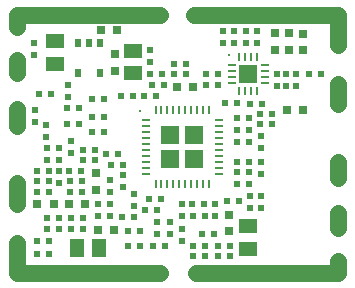
<source format=gtp>
%FSLAX25Y25*%
%MOIN*%
G70*
G01*
G75*
%ADD10C,0.01000*%
%ADD11C,0.02000*%
%ADD12C,0.00800*%
%ADD13R,0.01969X0.02000*%
%ADD14R,0.03000X0.03000*%
%ADD15R,0.02000X0.01969*%
%ADD16R,0.03150X0.00984*%
%ADD17R,0.00984X0.03150*%
%ADD18R,0.00984X0.03150*%
%ADD19R,0.05906X0.05906*%
%ADD20O,0.03150X0.00984*%
%ADD21C,0.00800*%
%ADD22R,0.05906X0.05118*%
%ADD23R,0.02000X0.03150*%
%ADD24R,0.05118X0.05906*%
%ADD25R,0.02756X0.00984*%
%ADD26R,0.00984X0.02756*%
%ADD27R,0.06299X0.06299*%
%ADD28C,0.00700*%
%ADD29C,0.01500*%
%ADD30C,0.02900*%
%ADD31C,0.00600*%
%ADD32C,0.03000*%
%ADD33R,0.00900X0.00700*%
%ADD34R,0.03000X0.02247*%
%ADD35R,0.01600X0.02900*%
%ADD36R,0.07500X0.07700*%
%ADD37R,0.04500X0.03500*%
%ADD38R,0.03900X0.03000*%
%ADD39R,0.07700X0.04600*%
%ADD40R,0.02078X0.02277*%
%ADD41R,0.04100X0.02700*%
%ADD42R,0.04000X0.03000*%
%ADD43R,0.02300X0.04800*%
%ADD44C,0.04724*%
%ADD45C,0.06000*%
%ADD46O,0.09000X0.04500*%
%ADD47C,0.04331*%
%ADD48C,0.01500*%
%ADD49C,0.06200*%
%ADD50R,0.06200X0.06200*%
%ADD51R,0.06000X0.06000*%
%ADD52C,0.02200*%
%ADD53C,0.02400*%
%ADD54C,0.02000*%
%ADD55R,0.08026X0.06000*%
%ADD56R,0.08126X0.05900*%
%ADD57R,0.07700X0.06100*%
%ADD58R,0.05600X0.04400*%
%ADD59R,0.06200X0.05400*%
%ADD60C,0.01200*%
%ADD61R,0.08100X0.04600*%
%ADD62C,0.08661*%
%ADD63C,0.00394*%
%ADD64C,0.00500*%
%ADD65C,0.00787*%
%ADD66C,0.00300*%
%ADD67R,0.03000X0.05500*%
%ADD68R,0.03000X0.05000*%
%ADD69R,0.03000X0.06000*%
%ADD70R,0.03000X0.07000*%
%ADD71R,0.01800X0.07000*%
%ADD72R,0.01800X0.19500*%
%ADD73R,0.19500X0.01800*%
%ADD74R,0.01800X0.19500*%
%ADD75R,0.19500X0.01800*%
%ADD76R,0.07654X0.02619*%
%ADD77R,0.14800X0.14700*%
%ADD78C,0.05500*%
D13*
X1025847Y867812D02*
D03*
X1021847D02*
D03*
X988347Y864812D02*
D03*
X984347D02*
D03*
X1050247Y856712D02*
D03*
X1054247D02*
D03*
X1054347Y842212D02*
D03*
X1050347D02*
D03*
X1011753Y864204D02*
D03*
X1015753D02*
D03*
X1035547Y824212D02*
D03*
X1039547D02*
D03*
X1023653Y826288D02*
D03*
X1019653D02*
D03*
X1012453Y841188D02*
D03*
X1008453D02*
D03*
X995047Y819712D02*
D03*
X999047D02*
D03*
X1015947Y823812D02*
D03*
X1011947D02*
D03*
X991047Y842712D02*
D03*
X987047D02*
D03*
X1014047Y814212D02*
D03*
X1018047D02*
D03*
X1008053Y824288D02*
D03*
X1004053D02*
D03*
X1054253Y852788D02*
D03*
X1050253D02*
D03*
X1054247Y848812D02*
D03*
X1050247D02*
D03*
X1062047Y858212D02*
D03*
X1058047D02*
D03*
X1010547Y844712D02*
D03*
X1006547D02*
D03*
X1004047Y828212D02*
D03*
X1008047D02*
D03*
X999047Y842712D02*
D03*
X1003047D02*
D03*
X994453Y839188D02*
D03*
X998453D02*
D03*
X1048047Y814212D02*
D03*
X1044047D02*
D03*
X1014047Y819212D02*
D03*
X1018047D02*
D03*
X1047953Y810688D02*
D03*
X1043953D02*
D03*
X995047Y823612D02*
D03*
X999047D02*
D03*
X1050347Y838712D02*
D03*
X1054347D02*
D03*
X1062047Y854912D02*
D03*
X1058047D02*
D03*
X999047Y846212D02*
D03*
X1003047D02*
D03*
X994547Y835712D02*
D03*
X998547D02*
D03*
X994547Y832212D02*
D03*
X998547D02*
D03*
X986947Y819912D02*
D03*
X990947D02*
D03*
X983547Y839212D02*
D03*
X987547D02*
D03*
X987547Y832212D02*
D03*
X983547D02*
D03*
X987047Y846812D02*
D03*
X991047D02*
D03*
X1050953Y829188D02*
D03*
X1046953D02*
D03*
X1005953Y852188D02*
D03*
X1001953D02*
D03*
X993653Y854688D02*
D03*
X997653D02*
D03*
X1005953Y857188D02*
D03*
X1001953D02*
D03*
X987547Y835712D02*
D03*
X983547D02*
D03*
X1054347Y834912D02*
D03*
X1050347D02*
D03*
X1023447Y864212D02*
D03*
X1019447D02*
D03*
X1038647Y818312D02*
D03*
X1042647D02*
D03*
X990947Y823612D02*
D03*
X986947D02*
D03*
X987547Y811612D02*
D03*
X983547D02*
D03*
X1035547Y810712D02*
D03*
X1039547D02*
D03*
X1033453Y874988D02*
D03*
X1029453D02*
D03*
X1025447Y871612D02*
D03*
X1021447D02*
D03*
X1006153Y863188D02*
D03*
X1002153D02*
D03*
X997653Y860188D02*
D03*
X993653D02*
D03*
X1024947Y829912D02*
D03*
X1020947D02*
D03*
X1035453Y828188D02*
D03*
X1039453D02*
D03*
X983547Y815712D02*
D03*
X987547D02*
D03*
X1035547Y814212D02*
D03*
X1039547D02*
D03*
X1022447D02*
D03*
X1026447D02*
D03*
X1033453Y871388D02*
D03*
X1029453D02*
D03*
X1039853Y867988D02*
D03*
X1043853D02*
D03*
X1074447Y871512D02*
D03*
X1078447D02*
D03*
X1043847D02*
D03*
X1039847D02*
D03*
X1058827Y861588D02*
D03*
X1054827D02*
D03*
X1046274Y861716D02*
D03*
X1050274Y861716D02*
D03*
D14*
X1067633Y879577D02*
D03*
Y885077D02*
D03*
X1047716Y824576D02*
D03*
Y819076D02*
D03*
X1066976Y859584D02*
D03*
X1072476D02*
D03*
X1009376Y819584D02*
D03*
X1003876D02*
D03*
X999776Y828184D02*
D03*
X994276D02*
D03*
X983776D02*
D03*
X989276D02*
D03*
X1035760Y867016D02*
D03*
X1030260D02*
D03*
X1003484Y838424D02*
D03*
Y832924D02*
D03*
X1062933Y879577D02*
D03*
Y885077D02*
D03*
X1072267Y879423D02*
D03*
Y884923D02*
D03*
X1004903Y886051D02*
D03*
X1010403D02*
D03*
X1009749Y878003D02*
D03*
Y872503D02*
D03*
D15*
X1063500Y871500D02*
D03*
X1063500Y867500D02*
D03*
X1066800Y871500D02*
D03*
X1066800Y867500D02*
D03*
X1058312Y838153D02*
D03*
Y842153D02*
D03*
X1042988Y824247D02*
D03*
Y828247D02*
D03*
X1021388Y879347D02*
D03*
Y875347D02*
D03*
X995112Y849253D02*
D03*
Y845253D02*
D03*
X982912Y859553D02*
D03*
Y855553D02*
D03*
X1023512Y818153D02*
D03*
Y822153D02*
D03*
X1058288Y850847D02*
D03*
Y846847D02*
D03*
X1058312Y830953D02*
D03*
Y826953D02*
D03*
X990988Y839247D02*
D03*
Y835247D02*
D03*
X1027988Y818247D02*
D03*
Y822247D02*
D03*
X994012Y867953D02*
D03*
Y863953D02*
D03*
X986812Y850553D02*
D03*
Y854553D02*
D03*
X1031988Y828247D02*
D03*
Y824247D02*
D03*
Y815947D02*
D03*
Y819947D02*
D03*
X1016112Y831453D02*
D03*
Y827453D02*
D03*
X982688Y881747D02*
D03*
Y877747D02*
D03*
X1012488Y837747D02*
D03*
Y833747D02*
D03*
X1007988Y836247D02*
D03*
Y832247D02*
D03*
X1054588Y826947D02*
D03*
Y830947D02*
D03*
X1057088Y881747D02*
D03*
Y885747D02*
D03*
X1049388Y881747D02*
D03*
Y885747D02*
D03*
X1045588Y881747D02*
D03*
Y885747D02*
D03*
X1053212Y881753D02*
D03*
Y885753D02*
D03*
X1069900Y867500D02*
D03*
X1069900Y871500D02*
D03*
D16*
X1019847Y854058D02*
D03*
X1044257Y842247D02*
D03*
Y850121D02*
D03*
X1019847Y838310D02*
D03*
Y848153D02*
D03*
Y846184D02*
D03*
Y850121D02*
D03*
Y844216D02*
D03*
X1044257Y846184D02*
D03*
Y844216D02*
D03*
Y838310D02*
D03*
Y854058D02*
D03*
Y852090D02*
D03*
Y856027D02*
D03*
Y840279D02*
D03*
X1019847Y842247D02*
D03*
Y840279D02*
D03*
Y852090D02*
D03*
X1044257Y848153D02*
D03*
D17*
X1035005Y859373D02*
D03*
X1025162D02*
D03*
D18*
X1031068Y859373D02*
D03*
X1029099D02*
D03*
X1033036D02*
D03*
X1023194D02*
D03*
X1040910Y834964D02*
D03*
X1031068D02*
D03*
X1029099D02*
D03*
X1036973Y859373D02*
D03*
X1027131D02*
D03*
X1033036Y834964D02*
D03*
X1038942D02*
D03*
X1023194D02*
D03*
X1038942Y859373D02*
D03*
X1036973Y834964D02*
D03*
X1040910Y859373D02*
D03*
X1025162Y834964D02*
D03*
X1035005D02*
D03*
X1027131D02*
D03*
D19*
X1036000Y851200D02*
D03*
Y843200D02*
D03*
X1028000D02*
D03*
Y851200D02*
D03*
D20*
X1019847Y856027D02*
D03*
D21*
X1018000Y859200D02*
D03*
X1047616Y877892D02*
D03*
D22*
X1053900Y820800D02*
D03*
Y813320D02*
D03*
X989500Y874900D02*
D03*
Y882380D02*
D03*
X1015500Y879180D02*
D03*
Y871700D02*
D03*
D23*
X1001026Y881984D02*
D03*
X997226D02*
D03*
X1004726D02*
D03*
X997226Y871984D02*
D03*
X1004726D02*
D03*
D24*
X996920Y813500D02*
D03*
X1004400D02*
D03*
D25*
X1048502Y870609D02*
D03*
Y872577D02*
D03*
Y868640D02*
D03*
X1059722Y870609D02*
D03*
Y872577D02*
D03*
Y868640D02*
D03*
X1048502Y874546D02*
D03*
X1059722D02*
D03*
D26*
X1051159Y877203D02*
D03*
X1055096D02*
D03*
X1051159Y865983D02*
D03*
X1053128Y877203D02*
D03*
X1057065D02*
D03*
X1055096Y865983D02*
D03*
X1057065D02*
D03*
X1053128D02*
D03*
D27*
X1054112Y871593D02*
D03*
D78*
X977000Y854200D02*
Y859700D01*
X1036000Y891200D02*
X1084000D01*
X1036500Y805200D02*
X1084000D01*
Y820200D02*
Y825200D01*
Y836700D02*
Y842200D01*
Y861400D02*
Y868200D01*
Y881200D02*
Y891200D01*
X977000D02*
X1024500D01*
X977000Y828200D02*
Y835200D01*
X1084000Y805200D02*
Y809200D01*
X977000Y805200D02*
X1024500D01*
X976900Y815200D02*
X977000Y805200D01*
Y887200D02*
Y891200D01*
Y871700D02*
Y876200D01*
M02*

</source>
